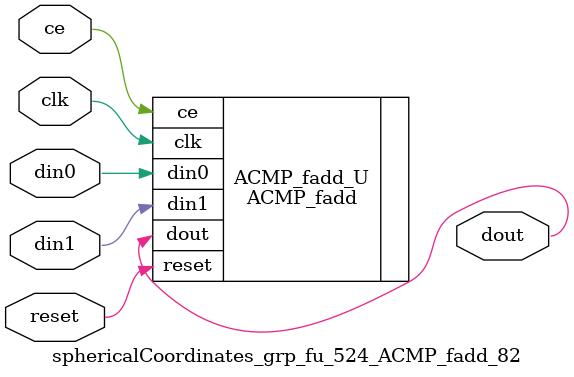
<source format=v>

`timescale 1 ns / 1 ps
module sphericalCoordinates_grp_fu_524_ACMP_fadd_82(
    clk,
    reset,
    ce,
    din0,
    din1,
    dout);

parameter ID = 32'd1;
parameter NUM_STAGE = 32'd1;
parameter din0_WIDTH = 32'd1;
parameter din1_WIDTH = 32'd1;
parameter dout_WIDTH = 32'd1;
input clk;
input reset;
input ce;
input[din0_WIDTH - 1:0] din0;
input[din1_WIDTH - 1:0] din1;
output[dout_WIDTH - 1:0] dout;



ACMP_fadd #(
.ID( ID ),
.NUM_STAGE( 4 ),
.din0_WIDTH( din0_WIDTH ),
.din1_WIDTH( din1_WIDTH ),
.dout_WIDTH( dout_WIDTH ))
ACMP_fadd_U(
    .clk( clk ),
    .reset( reset ),
    .ce( ce ),
    .din0( din0 ),
    .din1( din1 ),
    .dout( dout ));

endmodule

</source>
